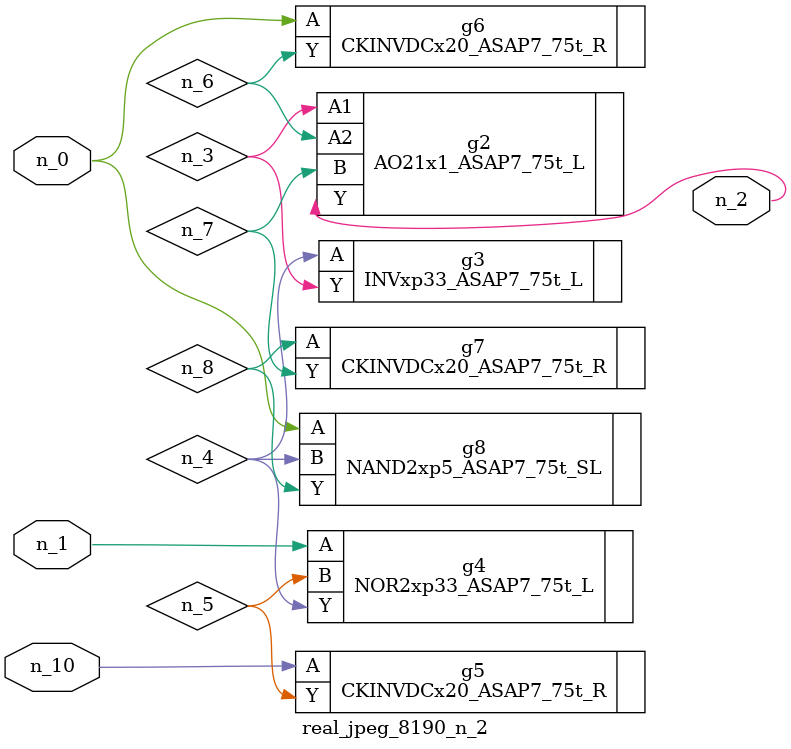
<source format=v>
module real_jpeg_8190_n_2 (n_1, n_10, n_0, n_2);

input n_1;
input n_10;
input n_0;

output n_2;

wire n_5;
wire n_4;
wire n_8;
wire n_6;
wire n_7;
wire n_3;

CKINVDCx20_ASAP7_75t_R g6 ( 
.A(n_0),
.Y(n_6)
);

NAND2xp5_ASAP7_75t_SL g8 ( 
.A(n_0),
.B(n_4),
.Y(n_8)
);

NOR2xp33_ASAP7_75t_L g4 ( 
.A(n_1),
.B(n_5),
.Y(n_4)
);

AO21x1_ASAP7_75t_L g2 ( 
.A1(n_3),
.A2(n_6),
.B(n_7),
.Y(n_2)
);

INVxp33_ASAP7_75t_L g3 ( 
.A(n_4),
.Y(n_3)
);

CKINVDCx20_ASAP7_75t_R g7 ( 
.A(n_8),
.Y(n_7)
);

CKINVDCx20_ASAP7_75t_R g5 ( 
.A(n_10),
.Y(n_5)
);


endmodule
</source>
